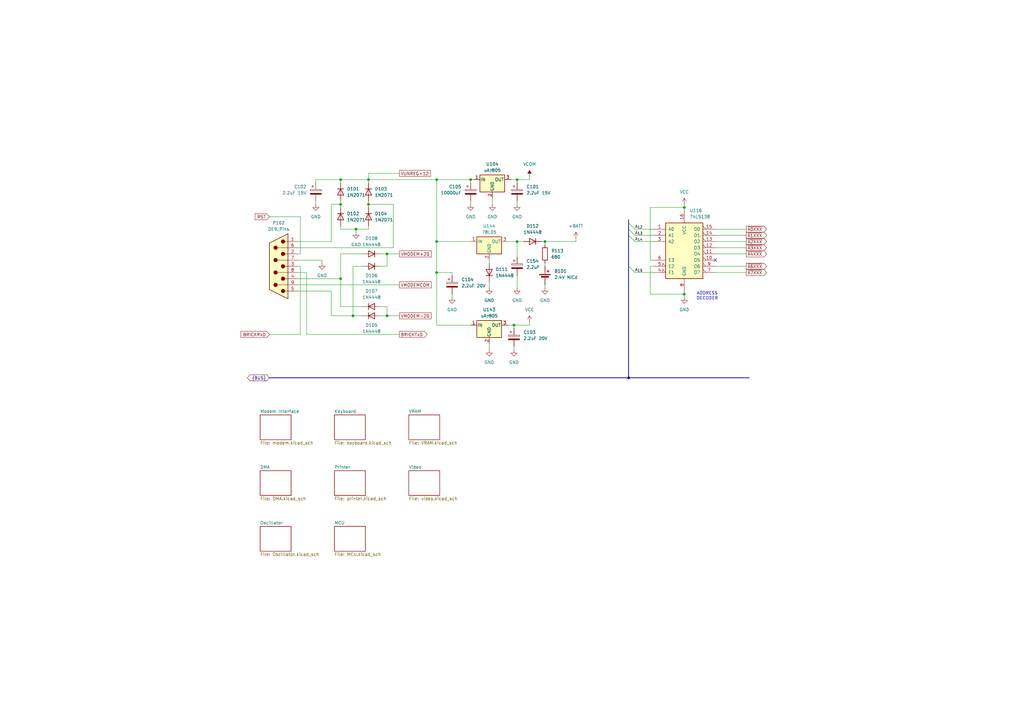
<source format=kicad_sch>
(kicad_sch (version 20250114) (generator "eeschema") (generator_version "9.0")
  (paper "A3")
  (lib_symbols
    (symbol "74xx:74LS138" (pin_names (offset 1.016))
      (property "Reference" "U" (at -7.62 11.43 0))
      (property "Value" "74LS138" (at -7.62 -13.97 0))
      (symbol "74LS138_1_0"
        (pin input line (at -12.7 7.62 0) (length 5.08) (name "A0") (number "1"))
        (pin input line (at -12.7 5.08 0) (length 5.08) (name "A1") (number "2"))
        (pin input line (at -12.7 2.54 0) (length 5.08) (name "A2") (number "3"))
        (pin input line (at -12.7 -5.08 0) (length 5.08) (name "E3") (number "6"))
        (pin input input_low (at -12.7 -7.62 0) (length 5.08) (name "E2") (number "5"))
        (pin input input_low (at -12.7 -10.16 0) (length 5.08) (name "E1") (number "4"))
        (pin power_in line (at 0 15.24 270) (length 5.08) (name "VCC") (number "16"))
        (pin power_in line (at 0 -17.78 90) (length 5.08) (name "GND") (number "8"))
        (pin output output_low (at 12.7 7.62 180) (length 5.08) (name "O0") (number "15"))
        (pin output output_low (at 12.7 5.08 180) (length 5.08) (name "O1") (number "14"))
        (pin output output_low (at 12.7 2.54 180) (length 5.08) (name "O2") (number "13"))
        (pin output output_low (at 12.7 0 180) (length 5.08) (name "O3") (number "12"))
        (pin output output_low (at 12.7 -2.54 180) (length 5.08) (name "O4") (number "11"))
        (pin output output_low (at 12.7 -5.08 180) (length 5.08) (name "O5") (number "10"))
        (pin output output_low (at 12.7 -7.62 180) (length 5.08) (name "O6") (number "9"))
        (pin output output_low (at 12.7 -10.16 180) (length 5.08) (name "O7") (number "7"))
      )
      (symbol "74LS138_1_1"
        (rectangle (start -7.62 10.16) (end 7.62 -12.7) (stroke (width 0.254)) (fill (type background)))
      )
    )
    (symbol "Connector:DE9_Pins" (pin_names (offset 1.016) (hide yes))
      (property "Reference" "J" (at 0 13.97 0))
      (property "Value" "DE9_Pins" (at 0 -14.605 0))
      (symbol "DE9_Pins_0_1"
        (polyline (pts (xy -3.81 10.16) (xy -2.54 10.16)))
        (polyline (pts (xy -3.81 7.62) (xy 0.508 7.62)))
        (polyline (pts (xy -3.81 5.08) (xy -2.54 5.08)))
        (polyline (pts (xy -3.81 2.54) (xy 0.508 2.54)))
        (polyline (pts (xy -3.81 0) (xy -2.54 0)))
        (polyline (pts (xy -3.81 -2.54) (xy 0.508 -2.54)))
        (polyline (pts (xy -3.81 -5.08) (xy -2.54 -5.08)))
        (polyline (pts (xy -3.81 -7.62) (xy 0.508 -7.62)))
        (polyline (pts (xy -3.81 -10.16) (xy -2.54 -10.16)))
        (polyline (pts (xy -3.81 -13.335) (xy -3.81 13.335) (xy 3.81 9.525) (xy 3.81 -9.525) (xy -3.81 -13.335)) (stroke (width 0.254)) (fill (type background)))
        (circle (center -1.778 10.16) (radius 0.762) (fill (type outline)))
        (circle (center -1.778 5.08) (radius 0.762) (fill (type outline)))
        (circle (center -1.778 0) (radius 0.762) (fill (type outline)))
        (circle (center -1.778 -5.08) (radius 0.762) (fill (type outline)))
        (circle (center -1.778 -10.16) (radius 0.762) (fill (type outline)))
        (circle (center 1.27 7.62) (radius 0.762) (fill (type outline)))
        (circle (center 1.27 2.54) (radius 0.762) (fill (type outline)))
        (circle (center 1.27 -2.54) (radius 0.762) (fill (type outline)))
        (circle (center 1.27 -7.62) (radius 0.762) (fill (type outline)))
      )
      (symbol "DE9_Pins_1_1"
        (pin passive line (at -7.62 10.16 0) (length 3.81) (name "5") (number "5"))
        (pin passive line (at -7.62 7.62 0) (length 3.81) (name "9") (number "9"))
        (pin passive line (at -7.62 5.08 0) (length 3.81) (name "4") (number "4"))
        (pin passive line (at -7.62 2.54 0) (length 3.81) (name "8") (number "8"))
        (pin passive line (at -7.62 0 0) (length 3.81) (name "3") (number "3"))
        (pin passive line (at -7.62 -2.54 0) (length 3.81) (name "7") (number "7"))
        (pin passive line (at -7.62 -5.08 0) (length 3.81) (name "2") (number "2"))
        (pin passive line (at -7.62 -7.62 0) (length 3.81) (name "6") (number "6"))
        (pin passive line (at -7.62 -10.16 0) (length 3.81) (name "1") (number "1"))
      )
    )
    (symbol "Device:Battery_Cell" (pin_numbers (hide yes)) (pin_names (offset 0) (hide yes))
      (property "Reference" "BT" (at 2.54 2.54 0))
      (property "Value" "Battery_Cell" (at 2.54 0 0))
      (symbol "Battery_Cell_0_1"
        (rectangle (start -2.286 1.778) (end 2.286 1.524) (fill (type outline)))
        (rectangle (start -1.524 1.016) (end 1.524 0.508) (fill (type outline)))
        (polyline (pts (xy 0 1.778) (xy 0 2.54)))
        (polyline (pts (xy 0 0.762) (xy 0 0)))
        (polyline (pts (xy 0.762 3.048) (xy 1.778 3.048)) (stroke (width 0.254)))
        (polyline (pts (xy 1.27 3.556) (xy 1.27 2.54)) (stroke (width 0.254)))
      )
      (symbol "Battery_Cell_1_1"
        (pin passive line (at 0 5.08 270) (length 2.54) (name "+") (number "1"))
        (pin passive line (at 0 -2.54 90) (length 2.54) (name "-") (number "2"))
      )
    )
    (symbol "Device:C_Polarized" (pin_numbers (hide yes)) (pin_names (offset 0.254))
      (property "Reference" "C" (at 0.635 2.54 0))
      (property "Value" "C_Polarized" (at 0.635 -2.54 0))
      (symbol "C_Polarized_0_1"
        (rectangle (start -2.286 0.508) (end 2.286 1.016))
        (polyline (pts (xy -1.778 2.286) (xy -0.762 2.286)))
        (polyline (pts (xy -1.27 2.794) (xy -1.27 1.778)))
        (rectangle (start 2.286 -0.508) (end -2.286 -1.016) (fill (type outline)))
      )
      (symbol "C_Polarized_1_1"
        (pin passive line (at 0 3.81 270) (length 2.794) (name "~") (number "1"))
        (pin passive line (at 0 -3.81 90) (length 2.794) (name "~") (number "2"))
      )
    )
    (symbol "Device:D" (pin_numbers (hide yes)) (pin_names (offset 1.016) (hide yes))
      (property "Reference" "D" (at 0 2.54 0))
      (property "Value" "D" (at 0 -2.54 0))
      (symbol "D_0_1"
        (polyline (pts (xy -1.27 1.27) (xy -1.27 -1.27)) (stroke (width 0.254)))
        (polyline (pts (xy 1.27 1.27) (xy 1.27 -1.27) (xy -1.27 0) (xy 1.27 1.27)) (stroke (width 0.254)))
        (polyline (pts (xy 1.27 0) (xy -1.27 0)))
      )
      (symbol "D_1_1"
        (pin passive line (at -3.81 0 0) (length 2.54) (name "K") (number "1"))
        (pin passive line (at 3.81 0 180) (length 2.54) (name "A") (number "2"))
      )
    )
    (symbol "Device:R" (pin_numbers (hide yes)) (pin_names (offset 0))
      (property "Reference" "R" (at 2.032 0 90))
      (property "Value" "R" (at 0 0 90))
      (symbol "R_0_1"
        (rectangle (start -1.016 -2.54) (end 1.016 2.54) (stroke (width 0.254)))
      )
      (symbol "R_1_1"
        (pin passive line (at 0 3.81 270) (length 1.27) (name "~") (number "1"))
        (pin passive line (at 0 -3.81 90) (length 1.27) (name "~") (number "2"))
      )
    )
    (symbol "Regulator_Linear:L7805" (pin_names (offset 0.254))
      (property "Reference" "U" (at -3.81 3.175 0))
      (property "Value" "L7805" (at 0 3.175 0))
      (symbol "L7805_0_1"
        (rectangle (start -5.08 1.905) (end 5.08 -5.08) (stroke (width 0.254)) (fill (type background)))
      )
      (symbol "L7805_1_1"
        (pin power_in line (at -7.62 0 0) (length 2.54) (name "IN") (number "1"))
        (pin power_in line (at 0 -7.62 90) (length 2.54) (name "GND") (number "2"))
        (pin power_out line (at 7.62 0 180) (length 2.54) (name "OUT") (number "3"))
      )
    )
    (symbol "power:+BATT" (power) (pin_numbers (hide yes)) (pin_names (offset 0) (hide yes))
      (property "Value" "+BATT" (at 0 3.556 0))
      (symbol "+BATT_0_1"
        (polyline (pts (xy -0.762 1.27) (xy 0 2.54)))
        (polyline (pts (xy 0 2.54) (xy 0.762 1.27)))
        (polyline (pts (xy 0 0) (xy 0 2.54)))
      )
      (symbol "+BATT_1_1"
        (pin power_in line (at 0 0 90) (length 0) (name "~") (number "1"))
      )
    )
    (symbol "power:GND" (power) (pin_numbers (hide yes)) (pin_names (offset 0) (hide yes))
      (property "Value" "GND" (at 0 -3.81 0))
      (symbol "GND_0_1"
        (polyline (pts (xy 0 0) (xy 0 -1.27) (xy 1.27 -1.27) (xy 0 -2.54) (xy -1.27 -1.27) (xy 0 -1.27)))
      )
      (symbol "GND_1_1"
        (pin power_in line (at 0 0 270) (length 0) (name "~") (number "1"))
      )
    )
    (symbol "power:VCC" (power) (pin_numbers (hide yes)) (pin_names (offset 0) (hide yes))
      (property "Value" "VCC" (at 0 3.556 0))
      (symbol "VCC_0_1"
        (polyline (pts (xy -0.762 1.27) (xy 0 2.54)))
        (polyline (pts (xy 0 2.54) (xy 0.762 1.27)))
        (polyline (pts (xy 0 0) (xy 0 2.54)))
      )
      (symbol "VCC_1_1"
        (pin power_in line (at 0 0 90) (length 0) (name "~") (number "1"))
      )
    )
    (symbol "power:VCOM" (power) (pin_numbers (hide yes)) (pin_names (offset 0) (hide yes))
      (property "Value" "VCOM" (at 0 3.556 0))
      (symbol "VCOM_0_1"
        (polyline (pts (xy 0 0) (xy 0 2.54)))
        (polyline (pts (xy 0.762 1.27) (xy -0.762 1.27) (xy 0 2.54) (xy 0.762 1.27)) (fill (type outline)))
      )
      (symbol "VCOM_1_1"
        (pin power_in line (at 0 0 90) (length 0) (name "~") (number "1"))
      )
    )
  )
  (text "ADDRESS\nDECODER" (at 290.068 121.412 0) (effects (font (size 1.27 1.27))))
  (junction (at 280.67 120.65))
  (junction (at 212.09 73.66))
  (junction (at 139.7 114.3))
  (junction (at 193.04 73.66))
  (junction (at 158.75 104.14))
  (junction (at 179.07 111.76))
  (junction (at 151.13 83.82))
  (junction (at 210.82 133.35))
  (junction (at 257.81 154.94))
  (junction (at 139.7 83.82))
  (junction (at 151.13 73.66))
  (junction (at 139.7 73.66))
  (junction (at 146.05 93.98))
  (junction (at 158.75 129.54))
  (junction (at 212.09 99.06))
  (junction (at 179.07 73.66))
  (junction (at 223.52 99.06))
  (junction (at 280.67 85.09))
  (junction (at 144.78 129.54))
  (junction (at 179.07 99.06))
  (no_connect (at 293.37 106.68))
  (bus_entry (at 257.81 96.52) (size 2.54 2.54))
  (bus_entry (at 257.81 109.22) (size 2.54 2.54))
  (bus_entry (at 257.81 93.98) (size 2.54 2.54))
  (bus_entry (at 257.81 91.44) (size 2.54 2.54))
  (wire (pts (xy 293.37 93.98) (xy 306.07 93.98)))
  (bus (pts (xy 257.81 91.44) (xy 257.81 93.98)))
  (wire (pts (xy 201.93 81.28) (xy 201.93 83.82)))
  (wire (pts (xy 208.28 133.35) (xy 210.82 133.35)))
  (wire (pts (xy 139.7 125.73) (xy 148.59 125.73)))
  (wire (pts (xy 280.67 120.65) (xy 280.67 121.92)))
  (wire (pts (xy 144.78 109.22) (xy 148.59 109.22)))
  (wire (pts (xy 210.82 133.35) (xy 210.82 134.62)))
  (wire (pts (xy 222.25 99.06) (xy 223.52 99.06)))
  (wire (pts (xy 193.04 73.66) (xy 193.04 74.93)))
  (wire (pts (xy 151.13 73.66) (xy 139.7 73.66)))
  (wire (pts (xy 121.92 101.6) (xy 161.29 101.6)))
  (wire (pts (xy 179.07 99.06) (xy 193.04 99.06)))
  (wire (pts (xy 135.89 83.82) (xy 139.7 83.82)))
  (wire (pts (xy 125.73 111.76) (xy 125.73 137.16)))
  (wire (pts (xy 135.89 99.06) (xy 121.92 99.06)))
  (wire (pts (xy 121.92 111.76) (xy 125.73 111.76)))
  (wire (pts (xy 144.78 109.22) (xy 144.78 129.54)))
  (wire (pts (xy 293.37 109.22) (xy 306.07 109.22)))
  (wire (pts (xy 139.7 73.66) (xy 129.54 73.66)))
  (wire (pts (xy 179.07 111.76) (xy 179.07 133.35)))
  (wire (pts (xy 193.04 73.66) (xy 194.31 73.66)))
  (wire (pts (xy 139.7 82.55) (xy 139.7 83.82)))
  (wire (pts (xy 212.09 73.66) (xy 217.17 73.66)))
  (wire (pts (xy 146.05 93.98) (xy 146.05 95.25)))
  (wire (pts (xy 156.21 125.73) (xy 158.75 125.73)))
  (wire (pts (xy 185.42 120.65) (xy 185.42 121.92)))
  (wire (pts (xy 135.89 129.54) (xy 144.78 129.54)))
  (wire (pts (xy 179.07 73.66) (xy 179.07 99.06)))
  (wire (pts (xy 139.7 104.14) (xy 139.7 114.3)))
  (bus (pts (xy 257.81 154.94) (xy 307.34 154.94)))
  (wire (pts (xy 123.19 137.16) (xy 110.49 137.16)))
  (wire (pts (xy 267.97 109.22) (xy 266.7 109.22)))
  (wire (pts (xy 200.66 106.68) (xy 200.66 107.95)))
  (wire (pts (xy 158.75 109.22) (xy 158.75 104.14)))
  (wire (pts (xy 144.78 129.54) (xy 148.59 129.54)))
  (wire (pts (xy 123.19 104.14) (xy 123.19 88.9)))
  (wire (pts (xy 129.54 73.66) (xy 129.54 74.93)))
  (wire (pts (xy 156.21 109.22) (xy 158.75 109.22)))
  (wire (pts (xy 156.21 129.54) (xy 158.75 129.54)))
  (wire (pts (xy 121.92 114.3) (xy 139.7 114.3)))
  (wire (pts (xy 158.75 104.14) (xy 163.83 104.14)))
  (bus (pts (xy 110.49 154.94) (xy 257.81 154.94)))
  (wire (pts (xy 151.13 83.82) (xy 161.29 83.82)))
  (wire (pts (xy 208.28 99.06) (xy 212.09 99.06)))
  (wire (pts (xy 179.07 99.06) (xy 179.07 111.76)))
  (bus (pts (xy 257.81 109.22) (xy 257.81 154.94)))
  (wire (pts (xy 266.7 85.09) (xy 280.67 85.09)))
  (wire (pts (xy 193.04 82.55) (xy 193.04 83.82)))
  (wire (pts (xy 179.07 73.66) (xy 193.04 73.66)))
  (wire (pts (xy 267.97 99.06) (xy 260.35 99.06)))
  (wire (pts (xy 132.08 106.68) (xy 132.08 107.95)))
  (wire (pts (xy 179.07 133.35) (xy 193.04 133.35)))
  (wire (pts (xy 223.52 100.33) (xy 223.52 99.06)))
  (wire (pts (xy 293.37 99.06) (xy 306.07 99.06)))
  (wire (pts (xy 185.42 111.76) (xy 185.42 113.03)))
  (wire (pts (xy 151.13 71.12) (xy 163.83 71.12)))
  (wire (pts (xy 121.92 119.38) (xy 135.89 119.38)))
  (wire (pts (xy 260.35 93.98) (xy 267.97 93.98)))
  (wire (pts (xy 135.89 83.82) (xy 135.89 99.06)))
  (wire (pts (xy 151.13 74.93) (xy 151.13 73.66)))
  (wire (pts (xy 212.09 113.03) (xy 212.09 118.11)))
  (wire (pts (xy 209.55 73.66) (xy 212.09 73.66)))
  (wire (pts (xy 123.19 109.22) (xy 123.19 137.16)))
  (wire (pts (xy 293.37 111.76) (xy 306.07 111.76)))
  (wire (pts (xy 266.7 120.65) (xy 280.67 120.65)))
  (wire (pts (xy 151.13 73.66) (xy 179.07 73.66)))
  (wire (pts (xy 139.7 83.82) (xy 139.7 85.09)))
  (wire (pts (xy 210.82 143.51) (xy 210.82 142.24)))
  (wire (pts (xy 156.21 104.14) (xy 158.75 104.14)))
  (wire (pts (xy 151.13 83.82) (xy 151.13 85.09)))
  (wire (pts (xy 139.7 93.98) (xy 146.05 93.98)))
  (wire (pts (xy 110.49 88.9) (xy 123.19 88.9)))
  (wire (pts (xy 280.67 85.09) (xy 280.67 86.36)))
  (wire (pts (xy 266.7 106.68) (xy 266.7 85.09)))
  (wire (pts (xy 151.13 73.66) (xy 151.13 71.12)))
  (wire (pts (xy 161.29 101.6) (xy 161.29 83.82)))
  (bus (pts (xy 257.81 90.17) (xy 257.81 91.44)))
  (wire (pts (xy 260.35 96.52) (xy 267.97 96.52)))
  (wire (pts (xy 121.92 116.84) (xy 163.83 116.84)))
  (wire (pts (xy 260.35 111.76) (xy 267.97 111.76)))
  (wire (pts (xy 125.73 137.16) (xy 163.83 137.16)))
  (wire (pts (xy 135.89 119.38) (xy 135.89 129.54)))
  (wire (pts (xy 139.7 104.14) (xy 148.59 104.14)))
  (wire (pts (xy 223.52 99.06) (xy 236.22 99.06)))
  (wire (pts (xy 293.37 101.6) (xy 306.07 101.6)))
  (wire (pts (xy 129.54 82.55) (xy 129.54 83.82)))
  (wire (pts (xy 200.66 115.57) (xy 200.66 118.11)))
  (wire (pts (xy 179.07 111.76) (xy 185.42 111.76)))
  (wire (pts (xy 139.7 92.71) (xy 139.7 93.98)))
  (bus (pts (xy 257.81 93.98) (xy 257.81 96.52)))
  (wire (pts (xy 200.66 143.51) (xy 200.66 140.97)))
  (wire (pts (xy 236.22 97.79) (xy 236.22 99.06)))
  (wire (pts (xy 151.13 82.55) (xy 151.13 83.82)))
  (wire (pts (xy 146.05 93.98) (xy 151.13 93.98)))
  (wire (pts (xy 212.09 73.66) (xy 212.09 74.93)))
  (wire (pts (xy 214.63 99.06) (xy 212.09 99.06)))
  (wire (pts (xy 280.67 83.82) (xy 280.67 85.09)))
  (wire (pts (xy 266.7 109.22) (xy 266.7 120.65)))
  (wire (pts (xy 212.09 82.55) (xy 212.09 83.82)))
  (wire (pts (xy 139.7 114.3) (xy 139.7 125.73)))
  (wire (pts (xy 158.75 129.54) (xy 163.83 129.54)))
  (wire (pts (xy 158.75 125.73) (xy 158.75 129.54)))
  (wire (pts (xy 121.92 106.68) (xy 132.08 106.68)))
  (bus (pts (xy 257.81 96.52) (xy 257.81 109.22)))
  (wire (pts (xy 217.17 72.39) (xy 217.17 73.66)))
  (wire (pts (xy 293.37 96.52) (xy 306.07 96.52)))
  (wire (pts (xy 212.09 99.06) (xy 212.09 105.41)))
  (wire (pts (xy 121.92 104.14) (xy 123.19 104.14)))
  (wire (pts (xy 210.82 133.35) (xy 217.17 133.35)))
  (wire (pts (xy 267.97 106.68) (xy 266.7 106.68)))
  (wire (pts (xy 293.37 104.14) (xy 306.07 104.14)))
  (wire (pts (xy 223.52 109.22) (xy 223.52 107.95)))
  (wire (pts (xy 280.67 120.65) (xy 280.67 119.38)))
  (wire (pts (xy 217.17 132.08) (xy 217.17 133.35)))
  (wire (pts (xy 223.52 116.84) (xy 223.52 118.11)))
  (wire (pts (xy 151.13 93.98) (xy 151.13 92.71)))
  (wire (pts (xy 139.7 73.66) (xy 139.7 74.93)))
  (wire (pts (xy 121.92 109.22) (xy 123.19 109.22)))
  (label "A_{14}" (at 260.35 99.06 0))
  (label "A_{13}" (at 260.35 96.52 0))
  (label "A_{12}" (at 260.35 93.98 0))
  (label "A_{15}" (at 260.35 111.76 0))
  (global_label "VUNREG+12" (shape passive) (at 163.83 71.12 0) (property "Intersheetrefs" "${INTERSHEET_REFS}" (effects (hide yes))))
  (global_label "~{A3XXX}" (shape output) (at 306.07 101.6 0) (property "Intersheetrefs" "${INTERSHEET_REFS}" (effects (hide yes))))
  (global_label "~{A1XXX}" (shape output) (at 306.07 96.52 0) (property "Intersheetrefs" "${INTERSHEET_REFS}" (effects (hide yes))))
  (global_label "BRICKRxD" (shape input) (at 110.49 137.16 180) (property "Intersheetrefs" "${INTERSHEET_REFS}" (effects (hide yes))))
  (global_label "~{A2XXX}" (shape output) (at 306.07 99.06 0) (property "Intersheetrefs" "${INTERSHEET_REFS}" (effects (hide yes))))
  (global_label "{BUS}" (shape bidirectional) (at 110.49 154.94 180) (property "Intersheetrefs" "${INTERSHEET_REFS}" (effects (hide yes))))
  (global_label "VMODEM-20" (shape passive) (at 163.83 129.54 0) (property "Intersheetrefs" "${INTERSHEET_REFS}" (effects (hide yes))))
  (global_label "~{A0XXX}" (shape output) (at 306.07 93.98 0) (property "Intersheetrefs" "${INTERSHEET_REFS}" (effects (hide yes))))
  (global_label "~{A4XXX}" (shape output) (at 306.07 104.14 0) (property "Intersheetrefs" "${INTERSHEET_REFS}" (effects (hide yes))))
  (global_label "VMODEM+20" (shape passive) (at 163.83 104.14 0) (property "Intersheetrefs" "${INTERSHEET_REFS}" (effects (hide yes))))
  (global_label "BRICKTxD" (shape output) (at 163.83 137.16 0) (property "Intersheetrefs" "${INTERSHEET_REFS}" (effects (hide yes))))
  (global_label "VMODEMCOM" (shape passive) (at 163.83 116.84 0) (property "Intersheetrefs" "${INTERSHEET_REFS}" (effects (hide yes))))
  (global_label "RST" (shape input) (at 110.49 88.9 180) (property "Intersheetrefs" "${INTERSHEET_REFS}" (effects (hide yes))))
  (global_label "~{A7XXX}" (shape output) (at 306.07 111.76 0) (property "Intersheetrefs" "${INTERSHEET_REFS}" (effects (hide yes))))
  (global_label "~{A6XXX}" (shape output) (at 306.07 109.22 0) (property "Intersheetrefs" "${INTERSHEET_REFS}" (effects (hide yes))))
  (symbol (lib_id "Device:R") (at 223.52 104.14 180) (unit 1)
    (property "Reference" "R113" (at 226.06 102.8699 0) (effects (justify right)))
    (property "Value" "680" (at 226.06 105.4099 0) (effects (justify right)))
    (property "Footprint" "ZT1:R_450mil" (effects (hide yes)))
    (property "Description" "Resistor" (effects (hide yes)))
  )
  (symbol (lib_id "power:GND") (at 185.42 121.92 0) (unit 1)
    (property "Reference" "#PWR0152" (effects (hide yes)))
    (property "Value" "GND" (at 185.42 127 0))
    (property "Description" "Power symbol creates a global label with name \"GND\" , ground" (effects (hide yes)))
  )
  (symbol (lib_id "Device:D") (at 139.7 88.9 270) (unit 1)
    (property "Reference" "D102" (at 142.24 87.6299 90) (effects (justify left)))
    (property "Value" "1N2071" (at 142.24 90.1699 90) (effects (justify left)))
    (property "Footprint" "Diode_THT:D_DO-34_SOD68_P10.16mm_Horizontal" (effects (hide yes)))
    (property "Description" "Diode" (effects (hide yes)))
    (property "Sim.Device" "D" (effects (hide yes)))
    (property "Sim.Pins" "1=K 2=A" (effects (hide yes)))
  )
  (symbol (lib_id "power:GND") (at 201.93 83.82 0) (unit 1)
    (property "Reference" "#PWR0126" (effects (hide yes)))
    (property "Value" "GND" (at 201.93 88.9 0))
    (property "Description" "Power symbol creates a global label with name \"GND\" , ground" (effects (hide yes)))
  )
  (symbol (lib_id "Device:C_Polarized") (at 210.82 138.43 0) (unit 1)
    (property "Reference" "C103" (at 214.63 136.2709 0) (effects (justify left)))
    (property "Value" "2.2uF 20V" (at 214.63 138.8109 0) (effects (justify left)))
    (property "Footprint" "Capacitor_THT:CP_Radial_D8.0mm_P5.00mm" (effects (hide yes)))
    (property "Description" "Polarized capacitor" (effects (hide yes)))
  )
  (symbol (lib_id "power:GND") (at 200.66 143.51 0) (unit 1)
    (property "Reference" "#PWR0153" (effects (hide yes)))
    (property "Value" "GND" (at 200.66 148.59 0))
    (property "Description" "Power symbol creates a global label with name \"GND\" , ground" (effects (hide yes)))
  )
  (symbol (lib_id "Regulator_Linear:L7805") (at 200.66 133.35 0) (unit 1)
    (property "Reference" "U143" (at 200.66 127 0))
    (property "Value" "uA_{7}805" (at 200.66 129.54 0))
    (property "Footprint" "Package_TO_SOT_THT:TO-220-3_Vertical" (effects (hide yes)))
    (property "Datasheet" "http://www.st.com/content/ccc/resource/technical/document/datasheet/41/4f/b3/b0/12/d4/47/88/CD00000444.pdf/files/CD00000444.pdf/jcr:content/translations/en.CD00000444.pdf" (effects (hide yes)))
    (property "Description" "Positive 1.5A 35V Linear Regulator, Fixed Output 5V, TO-220/TO-263/TO-252" (effects (hide yes)))
  )
  (symbol (lib_id "power:+BATT") (at 236.22 97.79 0) (unit 1)
    (property "Reference" "#PWR0149" (effects (hide yes)))
    (property "Value" "+BATT" (at 236.22 92.71 0))
    (property "Description" "Power symbol creates a global label with name \"+BATT\"" (effects (hide yes)))
  )
  (symbol (lib_id "Connector:DE9_Pins") (at 114.3 109.22 180) (unit 1)
    (property "Reference" "P102" (at 114.3 91.44 0))
    (property "Value" "DE9_Pins" (at 114.3 93.98 0))
    (property "Footprint" "Connector_Dsub:DSUB-9_Pins_Horizontal_P2.77x2.54mm_EdgePinOffset9.40mm" (effects (hide yes)))
    (property "Description" "9-pin D-SUB connector, pins (male)" (effects (hide yes)))
  )
  (symbol (lib_id "Device:D") (at 139.7 78.74 270) (unit 1)
    (property "Reference" "D101" (at 142.24 77.4699 90) (effects (justify left)))
    (property "Value" "1N2071" (at 142.24 80.0099 90) (effects (justify left)))
    (property "Footprint" "Diode_THT:D_DO-34_SOD68_P10.16mm_Horizontal" (effects (hide yes)))
    (property "Description" "Diode" (effects (hide yes)))
    (property "Sim.Device" "D" (effects (hide yes)))
    (property "Sim.Pins" "1=K 2=A" (effects (hide yes)))
  )
  (symbol (lib_id "power:VCC") (at 280.67 83.82 0) (unit 1)
    (property "Reference" "#PWR0174" (effects (hide yes)))
    (property "Value" "VCC" (at 280.67 78.74 0))
    (property "Description" "Power symbol creates a global label with name \"VCC\"" (effects (hide yes)))
  )
  (symbol (lib_id "Device:D") (at 152.4 104.14 180) (unit 1)
    (property "Reference" "D108" (at 152.4 97.79 0))
    (property "Value" "1N4448" (at 152.4 100.33 0))
    (property "Footprint" "ZT1:D_350mil" (effects (hide yes)))
    (property "Description" "Diode" (effects (hide yes)))
    (property "Sim.Device" "D" (effects (hide yes)))
    (property "Sim.Pins" "1=K 2=A" (effects (hide yes)))
  )
  (symbol (lib_id "Device:D") (at 151.13 78.74 270) (unit 1)
    (property "Reference" "D103" (at 153.67 77.4699 90) (effects (justify left)))
    (property "Value" "1N2071" (at 153.67 80.0099 90) (effects (justify left)))
    (property "Footprint" "Diode_THT:D_DO-34_SOD68_P10.16mm_Horizontal" (effects (hide yes)))
    (property "Description" "Diode" (effects (hide yes)))
    (property "Sim.Device" "D" (effects (hide yes)))
    (property "Sim.Pins" "1=K 2=A" (effects (hide yes)))
  )
  (symbol (lib_id "Device:D") (at 152.4 129.54 0) (unit 1)
    (property "Reference" "D105" (at 152.4 133.35 0))
    (property "Value" "1N4448" (at 152.4 135.89 0))
    (property "Footprint" "ZT1:D_350mil" (effects (hide yes)))
    (property "Description" "Diode" (effects (hide yes)))
    (property "Sim.Device" "D" (effects (hide yes)))
    (property "Sim.Pins" "1=K 2=A" (effects (hide yes)))
  )
  (symbol (lib_id "Regulator_Linear:L7805") (at 201.93 73.66 0) (unit 1)
    (property "Reference" "U104" (at 201.93 67.31 0))
    (property "Value" "uA_{7}805" (at 201.93 69.85 0))
    (property "Footprint" "Package_TO_SOT_THT:TO-220-3_Vertical" (effects (hide yes)))
    (property "Datasheet" "http://www.st.com/content/ccc/resource/technical/document/datasheet/41/4f/b3/b0/12/d4/47/88/CD00000444.pdf/files/CD00000444.pdf/jcr:content/translations/en.CD00000444.pdf" (effects (hide yes)))
    (property "Description" "Positive 1.5A 35V Linear Regulator, Fixed Output 5V, TO-220/TO-263/TO-252" (effects (hide yes)))
  )
  (symbol (lib_id "power:GND") (at 132.08 107.95 0) (unit 1)
    (property "Reference" "#PWR0163" (effects (hide yes)))
    (property "Value" "GND" (at 132.08 113.03 0))
    (property "Description" "Power symbol creates a global label with name \"GND\" , ground" (effects (hide yes)))
  )
  (symbol (lib_id "power:GND") (at 212.09 118.11 0) (unit 1)
    (property "Reference" "#PWR0154" (effects (hide yes)))
    (property "Value" "GND" (at 212.09 123.19 0))
    (property "Description" "Power symbol creates a global label with name \"GND\" , ground" (effects (hide yes)))
  )
  (symbol (lib_id "power:GND") (at 146.05 95.25 0) (unit 1)
    (property "Reference" "#PWR0124" (effects (hide yes)))
    (property "Value" "GND" (at 146.05 100.33 0))
    (property "Description" "Power symbol creates a global label with name \"GND\" , ground" (effects (hide yes)))
  )
  (symbol (lib_id "power:VCOM") (at 217.17 72.39 0) (unit 1)
    (property "Reference" "#PWR0128" (effects (hide yes)))
    (property "Value" "VCOM" (at 217.17 67.31 0))
    (property "Description" "Power symbol creates a global label with name \"VCOM\"" (effects (hide yes)))
  )
  (symbol (lib_id "Device:D") (at 152.4 125.73 0) (unit 1)
    (property "Reference" "D107" (at 152.4 119.38 0))
    (property "Value" "1N4448" (at 152.4 121.92 0))
    (property "Footprint" "ZT1:D_350mil" (effects (hide yes)))
    (property "Description" "Diode" (effects (hide yes)))
    (property "Sim.Device" "D" (effects (hide yes)))
    (property "Sim.Pins" "1=K 2=A" (effects (hide yes)))
  )
  (symbol (lib_id "power:GND") (at 223.52 118.11 0) (unit 1)
    (property "Reference" "#PWR0155" (effects (hide yes)))
    (property "Value" "GND" (at 223.52 123.19 0))
    (property "Description" "Power symbol creates a global label with name \"GND\" , ground" (effects (hide yes)))
  )
  (symbol (lib_id "Device:Battery_Cell") (at 223.52 114.3 0) (unit 1)
    (property "Reference" "B101" (at 227.33 111.1884 0) (effects (justify left)))
    (property "Value" "2.4V NiCd" (at 227.33 113.7284 0) (effects (justify left)))
    (property "Footprint" "ZT1:Battery" (effects (hide yes)))
    (property "Description" "Single-cell battery" (effects (hide yes)))
  )
  (symbol (lib_id "Regulator_Linear:L7805") (at 200.66 99.06 0) (unit 1)
    (property "Reference" "U144" (at 200.66 92.71 0))
    (property "Value" "78L05" (at 200.66 95.25 0))
    (property "Footprint" "Package_TO_SOT_THT:TO-220-3_Vertical" (effects (hide yes)))
    (property "Datasheet" "http://www.st.com/content/ccc/resource/technical/document/datasheet/41/4f/b3/b0/12/d4/47/88/CD00000444.pdf/files/CD00000444.pdf/jcr:content/translations/en.CD00000444.pdf" (effects (hide yes)))
    (property "Description" "Positive 1.5A 35V Linear Regulator, Fixed Output 5V, TO-220/TO-263/TO-252" (effects (hide yes)))
  )
  (symbol (lib_id "Device:C_Polarized") (at 129.54 78.74 0) (unit 1)
    (property "Reference" "C102" (at 125.73 76.5809 0) (effects (justify right)))
    (property "Value" "2.2uF 15V" (at 125.73 79.1209 0) (effects (justify right)))
    (property "Footprint" "ZT1:CP_520mil" (effects (hide yes)))
    (property "Description" "Polarized capacitor" (effects (hide yes)))
  )
  (symbol (lib_id "Device:D") (at 200.66 111.76 90) (unit 1)
    (property "Reference" "D111" (at 203.2 110.4899 90) (effects (justify right)))
    (property "Value" "1N4448" (at 203.2 113.0299 90) (effects (justify right)))
    (property "Footprint" "ZT1:D_350mil" (effects (hide yes)))
    (property "Description" "Diode" (effects (hide yes)))
    (property "Sim.Device" "D" (effects (hide yes)))
    (property "Sim.Pins" "1=K 2=A" (effects (hide yes)))
  )
  (symbol (lib_id "Device:C_Polarized") (at 193.04 78.74 0) (unit 1)
    (property "Reference" "C105" (at 189.23 76.5809 0) (effects (justify right)))
    (property "Value" "10000uF" (at 189.23 79.1209 0) (effects (justify right)))
    (property "Footprint" "Capacitor_THT:CP_Radial_D10.0mm_P5.00mm" (effects (hide yes)))
    (property "Description" "Polarized capacitor" (effects (hide yes)))
  )
  (symbol (lib_id "power:GND") (at 212.09 83.82 0) (unit 1)
    (property "Reference" "#PWR0127" (effects (hide yes)))
    (property "Value" "GND" (at 212.09 88.9 0))
    (property "Description" "Power symbol creates a global label with name \"GND\" , ground" (effects (hide yes)))
  )
  (symbol (lib_id "power:GND") (at 129.54 83.82 0) (unit 1)
    (property "Reference" "#PWR0151" (effects (hide yes)))
    (property "Value" "GND" (at 129.54 88.9 0))
    (property "Description" "Power symbol creates a global label with name \"GND\" , ground" (effects (hide yes)))
  )
  (symbol (lib_id "Device:D") (at 218.44 99.06 180) (unit 1)
    (property "Reference" "D112" (at 218.44 92.71 0))
    (property "Value" "1N4448" (at 218.44 95.25 0))
    (property "Footprint" "ZT1:D_350mil" (effects (hide yes)))
    (property "Description" "Diode" (effects (hide yes)))
    (property "Sim.Device" "D" (effects (hide yes)))
    (property "Sim.Pins" "1=K 2=A" (effects (hide yes)))
  )
  (symbol (lib_id "power:GND") (at 280.67 121.92 0) (unit 1)
    (property "Reference" "#PWR0164" (effects (hide yes)))
    (property "Value" "GND" (at 280.67 127 0))
    (property "Description" "Power symbol creates a global label with name \"GND\" , ground" (effects (hide yes)))
  )
  (symbol (lib_id "Device:D") (at 152.4 109.22 180) (unit 1)
    (property "Reference" "D106" (at 152.4 113.03 0))
    (property "Value" "1N4448" (at 152.4 115.57 0))
    (property "Footprint" "ZT1:D_350mil" (effects (hide yes)))
    (property "Description" "Diode" (effects (hide yes)))
    (property "Sim.Device" "D" (effects (hide yes)))
    (property "Sim.Pins" "1=K 2=A" (effects (hide yes)))
  )
  (symbol (lib_id "power:GND") (at 210.82 143.51 0) (unit 1)
    (property "Reference" "#PWR0156" (effects (hide yes)))
    (property "Value" "GND" (at 210.82 148.59 0))
    (property "Description" "Power symbol creates a global label with name \"GND\" , ground" (effects (hide yes)))
  )
  (symbol (lib_id "74xx:74LS138") (at 280.67 101.6 0) (unit 1)
    (property "Reference" "U116" (at 282.8133 86.36 0) (effects (justify left)))
    (property "Value" "74LS138" (at 282.8133 88.9 0) (effects (justify left)))
    (property "Footprint" "Package_DIP:DIP-16_W7.62mm" (effects (hide yes)))
    (property "Datasheet" "http://www.ti.com/lit/gpn/sn74LS138" (effects (hide yes)))
    (property "Description" "Decoder 3 to 8 active low outputs" (effects (hide yes)))
  )
  (symbol (lib_id "power:GND") (at 200.66 118.11 0) (unit 1)
    (property "Reference" "#PWR0150" (effects (hide yes)))
    (property "Value" "GND" (at 200.66 123.19 0))
    (property "Description" "Power symbol creates a global label with name \"GND\" , ground" (effects (hide yes)))
  )
  (symbol (lib_id "Device:D") (at 151.13 88.9 270) (unit 1)
    (property "Reference" "D104" (at 153.67 87.6299 90) (effects (justify left)))
    (property "Value" "1N2071" (at 153.67 90.1699 90) (effects (justify left)))
    (property "Footprint" "Diode_THT:D_DO-34_SOD68_P10.16mm_Horizontal" (effects (hide yes)))
    (property "Description" "Diode" (effects (hide yes)))
    (property "Sim.Device" "D" (effects (hide yes)))
    (property "Sim.Pins" "1=K 2=A" (effects (hide yes)))
  )
  (symbol (lib_id "power:GND") (at 193.04 83.82 0) (unit 1)
    (property "Reference" "#PWR0125" (effects (hide yes)))
    (property "Value" "GND" (at 191.008 88.9 0) (effects (justify left)))
    (property "Description" "Power symbol creates a global label with name \"GND\" , ground" (effects (hide yes)))
  )
  (symbol (lib_id "power:VCC") (at 217.17 132.08 0) (unit 1)
    (property "Reference" "#PWR0173" (effects (hide yes)))
    (property "Value" "VCC" (at 217.17 127 0))
    (property "Description" "Power symbol creates a global label with name \"VCC\"" (effects (hide yes)))
  )
  (symbol (lib_id "Device:C_Polarized") (at 212.09 109.22 0) (unit 1)
    (property "Reference" "C154" (at 215.9 107.0609 0) (effects (justify left)))
    (property "Value" "2.2uF" (at 215.9 109.6009 0) (effects (justify left)))
    (property "Footprint" "ZT1:CP_350mil" (effects (hide yes)))
    (property "Description" "Polarized capacitor" (effects (hide yes)))
  )
  (symbol (lib_id "Device:C_Polarized") (at 212.09 78.74 0) (unit 1)
    (property "Reference" "C101" (at 215.9 76.5809 0) (effects (justify left)))
    (property "Value" "2.2uF 15V" (at 215.9 79.1209 0) (effects (justify left)))
    (property "Footprint" "ZT1:CP_520mil" (effects (hide yes)))
    (property "Description" "Polarized capacitor" (effects (hide yes)))
  )
  (symbol (lib_id "Device:C_Polarized") (at 185.42 116.84 0) (unit 1)
    (property "Reference" "C104" (at 189.23 114.6809 0) (effects (justify left)))
    (property "Value" "2.2uF 20V" (at 189.23 117.2209 0) (effects (justify left)))
    (property "Footprint" "Capacitor_THT:CP_Radial_D8.0mm_P5.00mm" (effects (hide yes)))
    (property "Description" "Polarized capacitor" (effects (hide yes)))
  )
  (sheet (at 106.68 215.9) (size 12.7 10.16) (stroke (width 0.1524))
    (property "Sheetname" "Oscillator" (at 106.68 215.1884 0) (effects (justify left bottom)))
    (property "Sheetfile" "Oscillator.kicad_sch" (at 106.68 226.6446 0) (effects (justify left top)))
  )
  (sheet (at 106.68 170.18) (size 12.7 10.16) (stroke (width 0.1524))
    (property "Sheetname" "Modem Interface" (at 106.68 169.4684 0) (effects (justify left bottom)))
    (property "Sheetfile" "modem.kicad_sch" (at 106.68 180.9246 0) (effects (justify left top)))
  )
  (sheet (at 167.64 170.18) (size 12.7 10.16) (stroke (width 0.1524))
    (property "Sheetname" "VRAM" (at 167.64 169.4684 0) (effects (justify left bottom)))
    (property "Sheetfile" "VRAM.kicad_sch" (at 167.64 180.9246 0) (effects (justify left top)))
  )
  (sheet (at 167.64 193.04) (size 12.7 10.16) (stroke (width 0.1524))
    (property "Sheetname" "Video" (at 167.64 192.3284 0) (effects (justify left bottom)))
    (property "Sheetfile" "video.kicad_sch" (at 167.64 203.7846 0) (effects (justify left top)))
  )
  (sheet (at 137.16 215.9) (size 12.7 10.16) (stroke (width 0.1524))
    (property "Sheetname" "MCU" (at 137.16 215.1884 0) (effects (justify left bottom)))
    (property "Sheetfile" "MCU.kicad_sch" (at 137.16 226.6446 0) (effects (justify left top)))
  )
  (sheet (at 137.16 170.18) (size 12.7 10.16) (stroke (width 0.1524))
    (property "Sheetname" "Keyboard" (at 137.16 169.4684 0) (effects (justify left bottom)))
    (property "Sheetfile" "keyboard.kicad_sch" (at 137.16 180.9246 0) (effects (justify left top)))
  )
  (sheet (at 137.16 193.04) (size 12.7 10.16) (stroke (width 0.1524))
    (property "Sheetname" "Printer" (at 137.16 192.3284 0) (effects (justify left bottom)))
    (property "Sheetfile" "printer.kicad_sch" (at 137.16 203.7846 0) (effects (justify left top)))
  )
  (sheet (at 106.68 193.04) (size 12.7 10.16) (stroke (width 0.1524))
    (property "Sheetname" "DMA" (at 106.68 192.3284 0) (effects (justify left bottom)))
    (property "Sheetfile" "DMA.kicad_sch" (at 106.68 203.7846 0) (effects (justify left top)))
  )
)
</source>
